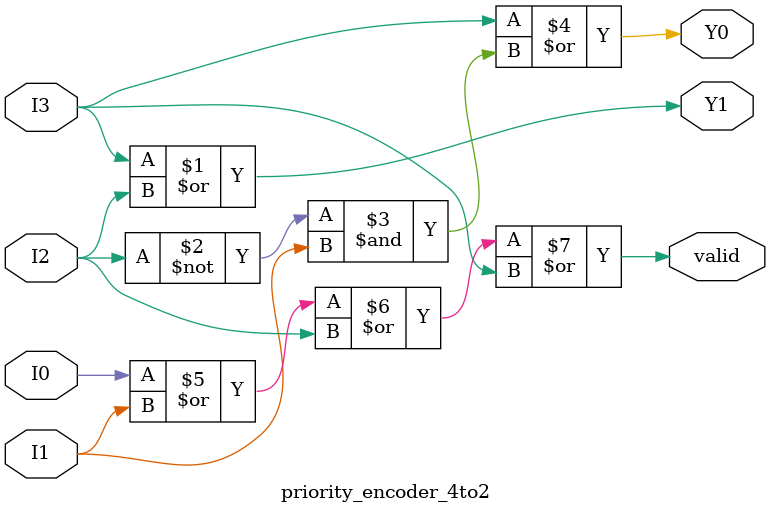
<source format=sv>
`timescale 1ns/1ps
module priority_encoder_4to2(
    input  I0, I1, I2, I3,
    output Y1, Y0,
    output valid
);
    assign Y1   = I3 | I2;
    assign Y0   = I3 | (~I2 & I1);
    assign valid = I0 | I1 | I2 | I3;

endmodule

</source>
